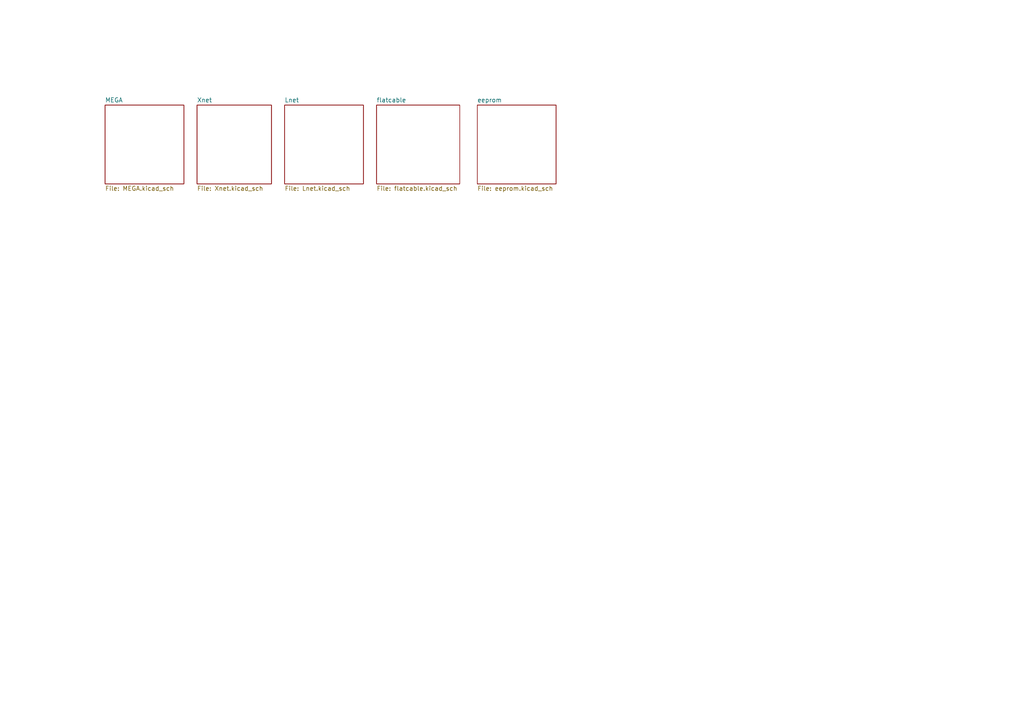
<source format=kicad_sch>
(kicad_sch (version 20211123) (generator eeschema)
  (paper "A4")
  (lib_symbols)
  (sheet (at 57.15 30.48) (size 21.59 22.86) (stroke (width 0.1524))
    (property "Sheet name" "Xnet" (at 57.15 29.7684 0) (effects (justify left bottom)))
    (property "Sheet file" "Xnet.kicad_sch" (at 57.15 53.9246 0) (effects (justify left top)))
  )
  (sheet (at 30.48 30.48) (size 22.86 22.86) (stroke (width 0.1524))
    (property "Sheet name" "MEGA" (at 30.48 29.7684 0) (effects (justify left bottom)))
    (property "Sheet file" "MEGA.kicad_sch" (at 30.48 53.9246 0) (effects (justify left top)))
  )
  (sheet (at 82.55 30.48) (size 22.86 22.86) (stroke (width 0.1524))
    (property "Sheet name" "Lnet" (at 82.55 29.7684 0) (effects (justify left bottom)))
    (property "Sheet file" "Lnet.kicad_sch" (at 82.55 53.9246 0) (effects (justify left top)))
  )
  (sheet (at 138.43 30.48) (size 22.86 22.86) (stroke (width 0.1524))
    (property "Sheet name" "eeprom" (at 138.43 29.7684 0) (effects (justify left bottom)))
    (property "Sheet file" "eeprom.kicad_sch" (at 138.43 53.9246 0) (effects (justify left top)))
  )
  (sheet (at 109.22 30.48) (size 24.13 22.86) (stroke (width 0.1524))
    (property "Sheet name" "flatcable" (at 109.22 29.7684 0) (effects (justify left bottom)))
    (property "Sheet file" "flatcable.kicad_sch" (at 109.22 53.9246 0) (effects (justify left top)))
  )
)
</source>
